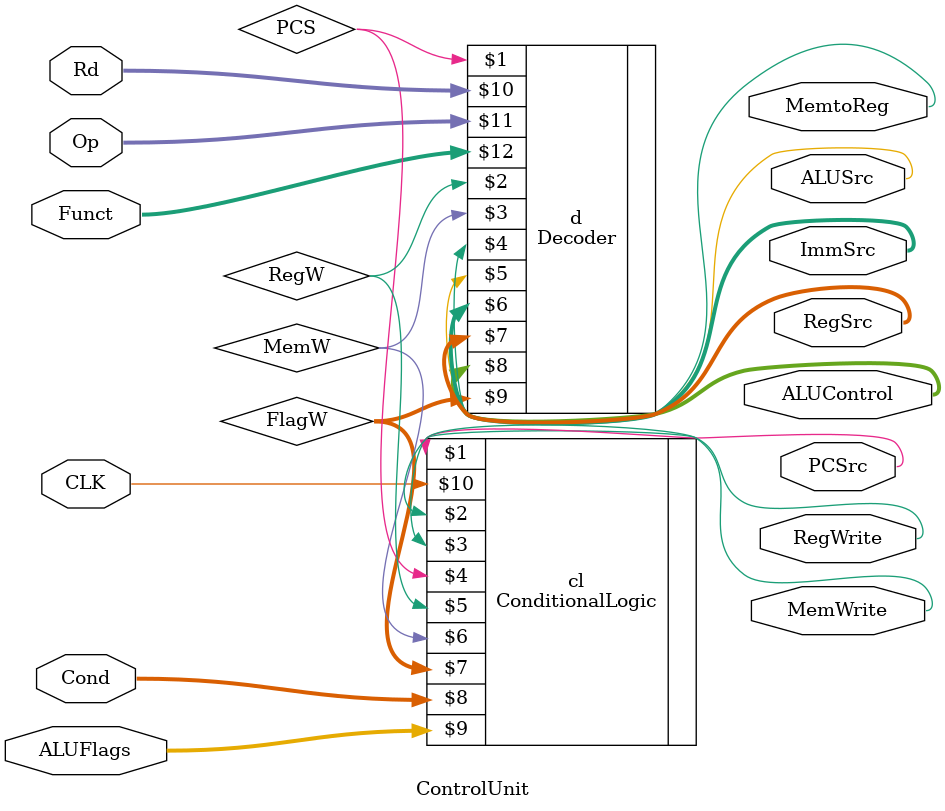
<source format=v>
`timescale 1ns / 1ps
module ControlUnit(
    output PCSrc,
    output RegWrite,
    output MemWrite,
    output MemtoReg,
    output ALUSrc,
    output [1:0] ImmSrc,
    output [1:0] RegSrc,
    output [1:0] ALUControl,
    input [3:0] Cond,
    input [3:0] ALUFlags,
    input [1:0] Op,
    input [5:0] Funct,
    input [3:0] Rd,
	 input CLK
    );

	wire PCS, RegW, MemW;
	wire [1:0] FlagW;

	Decoder d (PCS, RegW, MemW, MemtoReg, ALUSrc, ImmSrc, 
		RegSrc, ALUControl, FlagW, Rd, Op, Funct);

	ConditionalLogic cl (PCSrc, RegWrite, MemWrite, PCS, RegW,
		MemW, FlagW, Cond, ALUFlags, CLK);

endmodule

</source>
